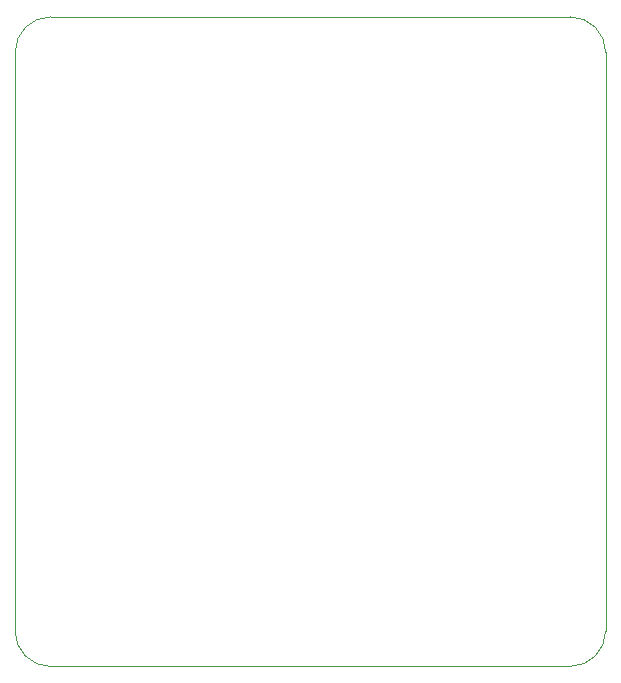
<source format=gbr>
%TF.GenerationSoftware,KiCad,Pcbnew,(5.1.6)-1*%
%TF.CreationDate,2020-12-16T03:56:45+01:00*%
%TF.ProjectId,CanSat,43616e53-6174-42e6-9b69-6361645f7063,V1.0*%
%TF.SameCoordinates,Original*%
%TF.FileFunction,Profile,NP*%
%FSLAX46Y46*%
G04 Gerber Fmt 4.6, Leading zero omitted, Abs format (unit mm)*
G04 Created by KiCad (PCBNEW (5.1.6)-1) date 2020-12-16 03:56:45*
%MOMM*%
%LPD*%
G01*
G04 APERTURE LIST*
%TA.AperFunction,Profile*%
%ADD10C,0.050000*%
%TD*%
G04 APERTURE END LIST*
D10*
X232000000Y-30000000D02*
X188000000Y-30000000D01*
X235000000Y-82000000D02*
X235000000Y-33000000D01*
X188000000Y-85000000D02*
X232000000Y-85000000D01*
X185000000Y-33000000D02*
X185000000Y-82000000D01*
X188000000Y-85000000D02*
G75*
G02*
X185000000Y-82000000I0J3000000D01*
G01*
X235000000Y-82000000D02*
G75*
G02*
X232000000Y-85000000I-3000000J0D01*
G01*
X232000000Y-30000000D02*
G75*
G02*
X235000000Y-33000000I0J-3000000D01*
G01*
X185000000Y-33000000D02*
G75*
G02*
X188000000Y-30000000I3000000J0D01*
G01*
M02*

</source>
